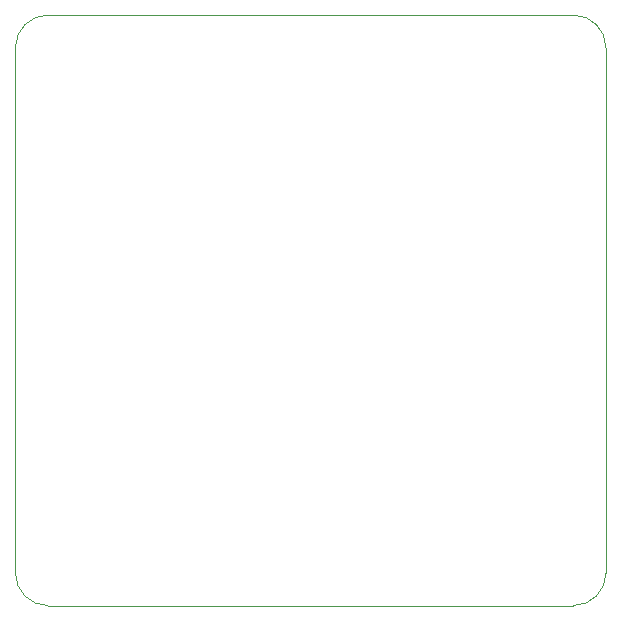
<source format=gbr>
%TF.GenerationSoftware,KiCad,Pcbnew,7.0.3*%
%TF.CreationDate,2023-08-28T19:15:28+05:00*%
%TF.ProjectId,MotorDriver3,4d6f746f-7244-4726-9976-6572332e6b69,rev?*%
%TF.SameCoordinates,Original*%
%TF.FileFunction,Profile,NP*%
%FSLAX46Y46*%
G04 Gerber Fmt 4.6, Leading zero omitted, Abs format (unit mm)*
G04 Created by KiCad (PCBNEW 7.0.3) date 2023-08-28 19:15:28*
%MOMM*%
%LPD*%
G01*
G04 APERTURE LIST*
%TA.AperFunction,Profile*%
%ADD10C,0.100000*%
%TD*%
G04 APERTURE END LIST*
D10*
X87000000Y-64750000D02*
X131500000Y-64750000D01*
X84250000Y-112000000D02*
X84250000Y-67500000D01*
X134250000Y-67500000D02*
G75*
G03*
X131500000Y-64750000I-2750000J0D01*
G01*
X134250000Y-112000000D02*
X134250000Y-67500000D01*
X87000000Y-64750000D02*
G75*
G03*
X84250000Y-67500000I0J-2750000D01*
G01*
X84250000Y-112000000D02*
G75*
G03*
X87000000Y-114750000I2750000J0D01*
G01*
X87000000Y-114750000D02*
X131500000Y-114750000D01*
X131500000Y-114750000D02*
G75*
G03*
X134250000Y-112000000I0J2750000D01*
G01*
M02*

</source>
